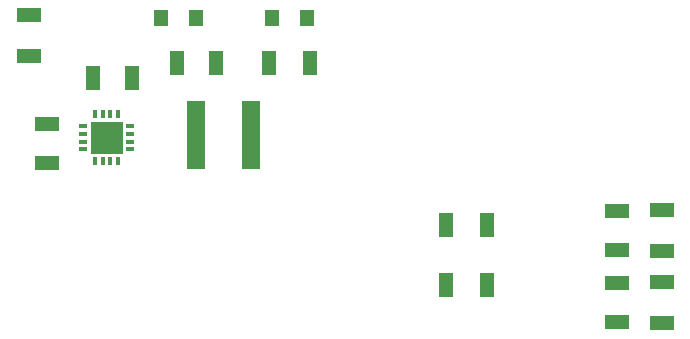
<source format=gbr>
G04 EAGLE Gerber RS-274X export*
G75*
%MOMM*%
%FSLAX34Y34*%
%LPD*%
%INSolderpaste Top*%
%IPPOS*%
%AMOC8*
5,1,8,0,0,1.08239X$1,22.5*%
G01*
%ADD10R,1.270000X2.032000*%
%ADD11R,2.032000X1.270000*%
%ADD12R,0.350000X0.800000*%
%ADD13R,0.800000X0.350000*%
%ADD14R,2.800000X2.800000*%
%ADD15R,2.060000X1.270000*%
%ADD16R,1.270000X2.060000*%
%ADD17R,1.200000X1.400000*%
%ADD18R,1.600200X5.715000*%


D10*
X128270Y368300D03*
X161290Y368300D03*
D11*
X571500Y194310D03*
X571500Y161290D03*
X571500Y222250D03*
X571500Y255270D03*
X88900Y295910D03*
X88900Y328930D03*
D10*
X232410Y381000D03*
X199390Y381000D03*
D12*
X149450Y337500D03*
X142950Y337500D03*
X136450Y337500D03*
X129950Y337500D03*
D13*
X119700Y327250D03*
X119700Y320750D03*
X119700Y314250D03*
X119700Y307750D03*
D12*
X129950Y297500D03*
X136450Y297500D03*
X142950Y297500D03*
X149450Y297500D03*
D13*
X159700Y307750D03*
X159700Y314250D03*
X159700Y320750D03*
X159700Y327250D03*
D14*
X139700Y317500D03*
D15*
X609600Y160250D03*
X609600Y195350D03*
X609600Y221210D03*
X609600Y256310D03*
D16*
X426950Y243840D03*
X462050Y243840D03*
X426950Y193040D03*
X462050Y193040D03*
D17*
X309640Y419100D03*
X279640Y419100D03*
X185660Y419100D03*
X215660Y419100D03*
D15*
X73660Y386310D03*
X73660Y421410D03*
D16*
X277090Y381000D03*
X312190Y381000D03*
D18*
X215260Y320040D03*
X262260Y320040D03*
M02*

</source>
